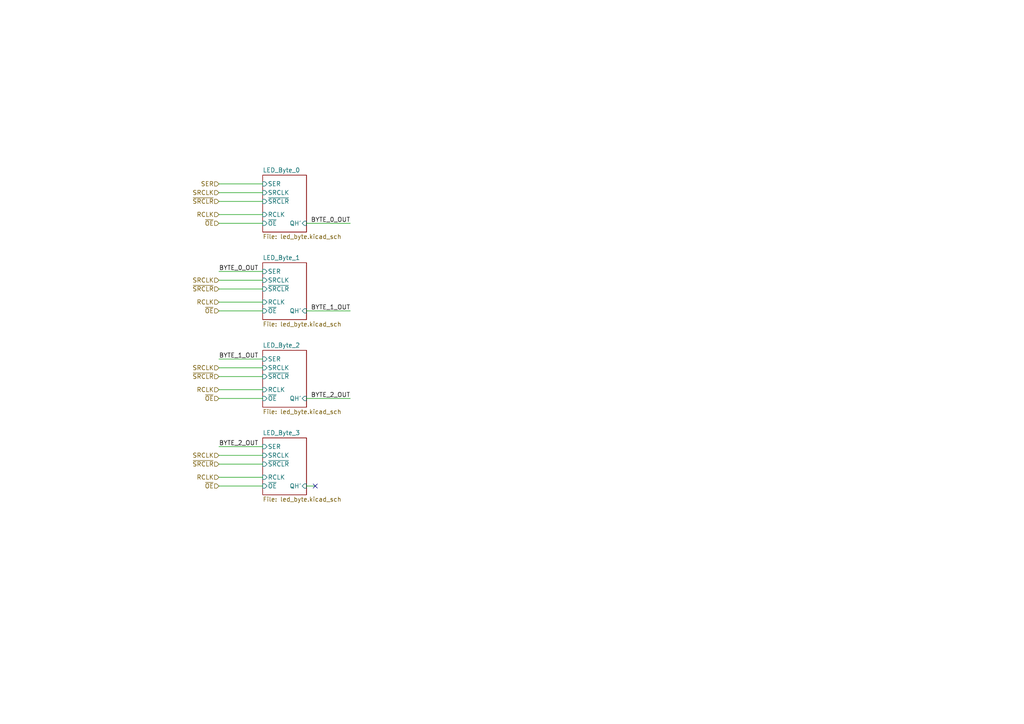
<source format=kicad_sch>
(kicad_sch
	(version 20250114)
	(generator "eeschema")
	(generator_version "9.0")
	(uuid "7345982c-2d28-4871-8324-a9c5fbabc1ab")
	(paper "A4")
	(lib_symbols)
	(no_connect
		(at 91.44 140.97)
		(uuid "bfec44ed-7803-4925-84be-59690c423770")
	)
	(wire
		(pts
			(xy 63.5 113.03) (xy 76.2 113.03)
		)
		(stroke
			(width 0)
			(type default)
		)
		(uuid "139a9023-2c50-4ae5-8ec7-7f744da83629")
	)
	(wire
		(pts
			(xy 63.5 62.23) (xy 76.2 62.23)
		)
		(stroke
			(width 0)
			(type default)
		)
		(uuid "261264e2-4d2f-4679-b87d-33fd2a6d9e2b")
	)
	(wire
		(pts
			(xy 63.5 106.68) (xy 76.2 106.68)
		)
		(stroke
			(width 0)
			(type default)
		)
		(uuid "2c2d02ac-84af-4a0e-b48d-14add4dac1c9")
	)
	(wire
		(pts
			(xy 76.2 104.14) (xy 63.5 104.14)
		)
		(stroke
			(width 0)
			(type default)
		)
		(uuid "3122a49c-90ba-491a-9e86-83497599f488")
	)
	(wire
		(pts
			(xy 63.5 81.28) (xy 76.2 81.28)
		)
		(stroke
			(width 0)
			(type default)
		)
		(uuid "345cc9a5-121a-4dce-888b-6ac789f71be7")
	)
	(wire
		(pts
			(xy 63.5 83.82) (xy 76.2 83.82)
		)
		(stroke
			(width 0)
			(type default)
		)
		(uuid "429d9ea0-5355-4ffa-a152-854f0b90d5b9")
	)
	(wire
		(pts
			(xy 63.5 134.62) (xy 76.2 134.62)
		)
		(stroke
			(width 0)
			(type default)
		)
		(uuid "4d36e48f-131d-4556-b92c-179edf7c3e35")
	)
	(wire
		(pts
			(xy 63.5 87.63) (xy 76.2 87.63)
		)
		(stroke
			(width 0)
			(type default)
		)
		(uuid "55cf2bc6-ce0b-461f-b6bd-db83ebf48a85")
	)
	(wire
		(pts
			(xy 63.5 53.34) (xy 76.2 53.34)
		)
		(stroke
			(width 0)
			(type default)
		)
		(uuid "5bf0f725-d4f8-4e5f-85eb-498583ff3ea4")
	)
	(wire
		(pts
			(xy 63.5 55.88) (xy 76.2 55.88)
		)
		(stroke
			(width 0)
			(type default)
		)
		(uuid "61a89e57-325d-4ee8-a0d4-c9a91b43e4a5")
	)
	(wire
		(pts
			(xy 63.5 115.57) (xy 76.2 115.57)
		)
		(stroke
			(width 0)
			(type default)
		)
		(uuid "77b59641-ed80-41f5-ae3d-0d5d792f8049")
	)
	(wire
		(pts
			(xy 63.5 58.42) (xy 76.2 58.42)
		)
		(stroke
			(width 0)
			(type default)
		)
		(uuid "87710e93-1f63-43f9-b7ef-32c9effe49cb")
	)
	(wire
		(pts
			(xy 76.2 129.54) (xy 63.5 129.54)
		)
		(stroke
			(width 0)
			(type default)
		)
		(uuid "878b49b0-4d9b-455d-b4a2-d649358201e3")
	)
	(wire
		(pts
			(xy 63.5 109.22) (xy 76.2 109.22)
		)
		(stroke
			(width 0)
			(type default)
		)
		(uuid "8e9e08eb-80cf-44a4-ab79-e9575ee9515c")
	)
	(wire
		(pts
			(xy 63.5 90.17) (xy 76.2 90.17)
		)
		(stroke
			(width 0)
			(type default)
		)
		(uuid "9c95b19c-87c0-47e9-8848-3f8d75cb5bd5")
	)
	(wire
		(pts
			(xy 88.9 140.97) (xy 91.44 140.97)
		)
		(stroke
			(width 0)
			(type default)
		)
		(uuid "a5762f67-e745-422e-8668-093312fda763")
	)
	(wire
		(pts
			(xy 63.5 64.77) (xy 76.2 64.77)
		)
		(stroke
			(width 0)
			(type default)
		)
		(uuid "aa6c45f3-0899-4ffe-abd0-76149eccaf4d")
	)
	(wire
		(pts
			(xy 88.9 64.77) (xy 101.6 64.77)
		)
		(stroke
			(width 0)
			(type default)
		)
		(uuid "c1b7b6c8-5b4f-417b-a729-6a882cdc535b")
	)
	(wire
		(pts
			(xy 63.5 138.43) (xy 76.2 138.43)
		)
		(stroke
			(width 0)
			(type default)
		)
		(uuid "c9c37bdc-3e65-4dca-8764-8383fc46446b")
	)
	(wire
		(pts
			(xy 63.5 140.97) (xy 76.2 140.97)
		)
		(stroke
			(width 0)
			(type default)
		)
		(uuid "cac35afe-7f57-4846-b500-13710e5d9395")
	)
	(wire
		(pts
			(xy 76.2 78.74) (xy 63.5 78.74)
		)
		(stroke
			(width 0)
			(type default)
		)
		(uuid "d6bdc12c-00fd-44fa-b249-b85133a83716")
	)
	(wire
		(pts
			(xy 63.5 132.08) (xy 76.2 132.08)
		)
		(stroke
			(width 0)
			(type default)
		)
		(uuid "dab2024f-9a60-4bca-887c-7adf6e8660c8")
	)
	(wire
		(pts
			(xy 88.9 90.17) (xy 101.6 90.17)
		)
		(stroke
			(width 0)
			(type default)
		)
		(uuid "e11c1ddc-55ec-4cb1-85bc-61c3f6fab81f")
	)
	(wire
		(pts
			(xy 88.9 115.57) (xy 101.6 115.57)
		)
		(stroke
			(width 0)
			(type default)
		)
		(uuid "f44ced85-b86a-49da-81cf-0bd627db8f3b")
	)
	(label "BYTE_2_OUT"
		(at 101.6 115.57 180)
		(effects
			(font
				(size 1.27 1.27)
			)
			(justify right bottom)
		)
		(uuid "33b19626-7456-4262-b1de-0d519134f710")
	)
	(label "BYTE_1_OUT"
		(at 101.6 90.17 180)
		(effects
			(font
				(size 1.27 1.27)
			)
			(justify right bottom)
		)
		(uuid "53455184-f2c6-4506-b100-5ecf2dd5cc5e")
	)
	(label "BYTE_0_OUT"
		(at 63.5 78.74 0)
		(effects
			(font
				(size 1.27 1.27)
			)
			(justify left bottom)
		)
		(uuid "543dfc46-c475-4342-91f1-f39a86e65e32")
	)
	(label "BYTE_0_OUT"
		(at 101.6 64.77 180)
		(effects
			(font
				(size 1.27 1.27)
			)
			(justify right bottom)
		)
		(uuid "620e3e11-73b6-4252-aa89-994e778e70d5")
	)
	(label "BYTE_2_OUT"
		(at 63.5 129.54 0)
		(effects
			(font
				(size 1.27 1.27)
			)
			(justify left bottom)
		)
		(uuid "71e2da67-0317-4adb-b7a3-d790418de23f")
	)
	(label "BYTE_1_OUT"
		(at 63.5 104.14 0)
		(effects
			(font
				(size 1.27 1.27)
			)
			(justify left bottom)
		)
		(uuid "861c936a-0ece-40c9-a97f-928ff4917059")
	)
	(hierarchical_label "RCLK"
		(shape input)
		(at 63.5 62.23 180)
		(effects
			(font
				(size 1.27 1.27)
			)
			(justify right)
		)
		(uuid "084a6c03-e032-4245-86e8-a9cd4e6ce686")
	)
	(hierarchical_label "RCLK"
		(shape input)
		(at 63.5 138.43 180)
		(effects
			(font
				(size 1.27 1.27)
			)
			(justify right)
		)
		(uuid "0f96e97d-467c-4c9d-b37c-d6efc11fe264")
	)
	(hierarchical_label "~{SRCLR}"
		(shape input)
		(at 63.5 58.42 180)
		(effects
			(font
				(size 1.27 1.27)
			)
			(justify right)
		)
		(uuid "261e1169-8aac-4f23-bfea-54f146fec707")
	)
	(hierarchical_label "SRCLK"
		(shape input)
		(at 63.5 132.08 180)
		(effects
			(font
				(size 1.27 1.27)
			)
			(justify right)
		)
		(uuid "317e293a-8e36-480c-9bc0-767346834c03")
	)
	(hierarchical_label "RCLK"
		(shape input)
		(at 63.5 113.03 180)
		(effects
			(font
				(size 1.27 1.27)
			)
			(justify right)
		)
		(uuid "4fe0aeed-2bdf-43ce-8066-e9e8c0e128db")
	)
	(hierarchical_label "RCLK"
		(shape input)
		(at 63.5 87.63 180)
		(effects
			(font
				(size 1.27 1.27)
			)
			(justify right)
		)
		(uuid "551ce71d-94b1-42ca-a4e2-a15db9d4ce9c")
	)
	(hierarchical_label "~{OE}"
		(shape input)
		(at 63.5 140.97 180)
		(effects
			(font
				(size 1.27 1.27)
			)
			(justify right)
		)
		(uuid "62b0e1c8-2445-41ea-bae6-304a6e3245e0")
	)
	(hierarchical_label "~{OE}"
		(shape input)
		(at 63.5 115.57 180)
		(effects
			(font
				(size 1.27 1.27)
			)
			(justify right)
		)
		(uuid "8de54e63-3910-44dd-926d-3261ff621d89")
	)
	(hierarchical_label "SRCLK"
		(shape input)
		(at 63.5 106.68 180)
		(effects
			(font
				(size 1.27 1.27)
			)
			(justify right)
		)
		(uuid "8e84cf29-1309-431d-b91c-5037194b5d43")
	)
	(hierarchical_label "~{SRCLR}"
		(shape input)
		(at 63.5 109.22 180)
		(effects
			(font
				(size 1.27 1.27)
			)
			(justify right)
		)
		(uuid "925748c6-6e5d-4056-921d-f52e3268ff46")
	)
	(hierarchical_label "~{OE}"
		(shape input)
		(at 63.5 64.77 180)
		(effects
			(font
				(size 1.27 1.27)
			)
			(justify right)
		)
		(uuid "9a722ed6-4dee-46f5-8570-356a828ea60e")
	)
	(hierarchical_label "SRCLK"
		(shape input)
		(at 63.5 55.88 180)
		(effects
			(font
				(size 1.27 1.27)
			)
			(justify right)
		)
		(uuid "bceb96b2-24f7-4884-b98e-975390bbcd69")
	)
	(hierarchical_label "SER"
		(shape input)
		(at 63.5 53.34 180)
		(effects
			(font
				(size 1.27 1.27)
			)
			(justify right)
		)
		(uuid "e104b618-3fe5-451f-8ad8-6c933fc7f49d")
	)
	(hierarchical_label "~{SRCLR}"
		(shape input)
		(at 63.5 83.82 180)
		(effects
			(font
				(size 1.27 1.27)
			)
			(justify right)
		)
		(uuid "e4f56f0b-74df-4866-b719-ffbfcfb38323")
	)
	(hierarchical_label "~{OE}"
		(shape input)
		(at 63.5 90.17 180)
		(effects
			(font
				(size 1.27 1.27)
			)
			(justify right)
		)
		(uuid "e5626e29-c5f6-40ed-9d80-72f75f8c5b59")
	)
	(hierarchical_label "~{SRCLR}"
		(shape input)
		(at 63.5 134.62 180)
		(effects
			(font
				(size 1.27 1.27)
			)
			(justify right)
		)
		(uuid "f8129aba-25fc-41a5-8d1b-fe5319b2fd76")
	)
	(hierarchical_label "SRCLK"
		(shape input)
		(at 63.5 81.28 180)
		(effects
			(font
				(size 1.27 1.27)
			)
			(justify right)
		)
		(uuid "fd91c561-a399-4a3f-9c9e-ce1c29db05de")
	)
	(sheet
		(at 76.2 76.2)
		(size 12.7 16.51)
		(exclude_from_sim no)
		(in_bom yes)
		(on_board yes)
		(dnp no)
		(fields_autoplaced yes)
		(stroke
			(width 0.1524)
			(type solid)
		)
		(fill
			(color 0 0 0 0.0000)
		)
		(uuid "00f6e376-341a-4167-808e-422dc20aa13b")
		(property "Sheetname" "LED_Byte_1"
			(at 76.2 75.4884 0)
			(effects
				(font
					(size 1.27 1.27)
				)
				(justify left bottom)
			)
		)
		(property "Sheetfile" "led_byte.kicad_sch"
			(at 76.2 93.2946 0)
			(effects
				(font
					(size 1.27 1.27)
				)
				(justify left top)
			)
		)
		(pin "QH'" input
			(at 88.9 90.17 0)
			(uuid "51077b3c-1813-4ff3-a4f1-be1d6d6afdee")
			(effects
				(font
					(size 1.27 1.27)
				)
				(justify right)
			)
		)
		(pin "~{OE}" input
			(at 76.2 90.17 180)
			(uuid "4fc39841-7131-42df-aa23-779b16012f8f")
			(effects
				(font
					(size 1.27 1.27)
				)
				(justify left)
			)
		)
		(pin "SER" input
			(at 76.2 78.74 180)
			(uuid "2a007431-069c-4c9b-8a27-40c17d4b0092")
			(effects
				(font
					(size 1.27 1.27)
				)
				(justify left)
			)
		)
		(pin "RCLK" input
			(at 76.2 87.63 180)
			(uuid "c5621466-9931-49e1-8aeb-e14e5464914d")
			(effects
				(font
					(size 1.27 1.27)
				)
				(justify left)
			)
		)
		(pin "~{SRCLR}" input
			(at 76.2 83.82 180)
			(uuid "6f896ab6-c62e-4e1c-b50a-d6d887c6d178")
			(effects
				(font
					(size 1.27 1.27)
				)
				(justify left)
			)
		)
		(pin "SRCLK" input
			(at 76.2 81.28 180)
			(uuid "0c1f6381-2ed8-42b2-8a55-800385f2c63a")
			(effects
				(font
					(size 1.27 1.27)
				)
				(justify left)
			)
		)
		(instances
			(project "rp2040-programmer-calculator"
				(path "/a76e07d4-0b9a-412a-8673-6db50899653e/75befd12-7fe7-4b20-aaf5-feaf4315c834"
					(page "7")
				)
			)
		)
	)
	(sheet
		(at 76.2 50.8)
		(size 12.7 16.51)
		(exclude_from_sim no)
		(in_bom yes)
		(on_board yes)
		(dnp no)
		(fields_autoplaced yes)
		(stroke
			(width 0.1524)
			(type solid)
		)
		(fill
			(color 0 0 0 0.0000)
		)
		(uuid "2926b319-e304-4aaa-bb62-9e3f1f1a6434")
		(property "Sheetname" "LED_Byte_0"
			(at 76.2 50.0884 0)
			(effects
				(font
					(size 1.27 1.27)
				)
				(justify left bottom)
			)
		)
		(property "Sheetfile" "led_byte.kicad_sch"
			(at 76.2 67.8946 0)
			(effects
				(font
					(size 1.27 1.27)
				)
				(justify left top)
			)
		)
		(pin "QH'" input
			(at 88.9 64.77 0)
			(uuid "63102abb-ac2c-4022-b348-1ffc8198f26d")
			(effects
				(font
					(size 1.27 1.27)
				)
				(justify right)
			)
		)
		(pin "~{OE}" input
			(at 76.2 64.77 180)
			(uuid "cb77f484-4c9a-4767-b56a-bfb0b864ae8b")
			(effects
				(font
					(size 1.27 1.27)
				)
				(justify left)
			)
		)
		(pin "SER" input
			(at 76.2 53.34 180)
			(uuid "cdc0fdfd-154b-40ce-95e0-36f1cdcbde2d")
			(effects
				(font
					(size 1.27 1.27)
				)
				(justify left)
			)
		)
		(pin "RCLK" input
			(at 76.2 62.23 180)
			(uuid "2629f8f7-30ed-4ff4-90c7-a388b1aad2b5")
			(effects
				(font
					(size 1.27 1.27)
				)
				(justify left)
			)
		)
		(pin "~{SRCLR}" input
			(at 76.2 58.42 180)
			(uuid "feb1d8ef-c939-4f15-b09c-ea3ad163c666")
			(effects
				(font
					(size 1.27 1.27)
				)
				(justify left)
			)
		)
		(pin "SRCLK" input
			(at 76.2 55.88 180)
			(uuid "cbc9790a-09dc-45e7-87ac-d972ec48124b")
			(effects
				(font
					(size 1.27 1.27)
				)
				(justify left)
			)
		)
		(instances
			(project "rp2040-programmer-calculator"
				(path "/a76e07d4-0b9a-412a-8673-6db50899653e/75befd12-7fe7-4b20-aaf5-feaf4315c834"
					(page "6")
				)
			)
		)
	)
	(sheet
		(at 76.2 127)
		(size 12.7 16.51)
		(exclude_from_sim no)
		(in_bom yes)
		(on_board yes)
		(dnp no)
		(fields_autoplaced yes)
		(stroke
			(width 0.1524)
			(type solid)
		)
		(fill
			(color 0 0 0 0.0000)
		)
		(uuid "411e88ce-c350-41e2-bb68-3e8a18742334")
		(property "Sheetname" "LED_Byte_3"
			(at 76.2 126.2884 0)
			(effects
				(font
					(size 1.27 1.27)
				)
				(justify left bottom)
			)
		)
		(property "Sheetfile" "led_byte.kicad_sch"
			(at 76.2 144.0946 0)
			(effects
				(font
					(size 1.27 1.27)
				)
				(justify left top)
			)
		)
		(pin "QH'" input
			(at 88.9 140.97 0)
			(uuid "6d479f1d-94c7-4af2-87c0-605bca8d9ea0")
			(effects
				(font
					(size 1.27 1.27)
				)
				(justify right)
			)
		)
		(pin "~{OE}" input
			(at 76.2 140.97 180)
			(uuid "df80912b-739d-4dba-bdc7-4aecd99eaf5f")
			(effects
				(font
					(size 1.27 1.27)
				)
				(justify left)
			)
		)
		(pin "SER" input
			(at 76.2 129.54 180)
			(uuid "fca1ead2-ef56-4adc-b0c1-d9a2c40b172e")
			(effects
				(font
					(size 1.27 1.27)
				)
				(justify left)
			)
		)
		(pin "RCLK" input
			(at 76.2 138.43 180)
			(uuid "ebd001d8-d7b8-4d9d-9079-5705ac2984cc")
			(effects
				(font
					(size 1.27 1.27)
				)
				(justify left)
			)
		)
		(pin "~{SRCLR}" input
			(at 76.2 134.62 180)
			(uuid "e57c7db7-19b0-4547-8013-80e58a8e2125")
			(effects
				(font
					(size 1.27 1.27)
				)
				(justify left)
			)
		)
		(pin "SRCLK" input
			(at 76.2 132.08 180)
			(uuid "5228a110-445e-4f3e-91ad-d1d722d36912")
			(effects
				(font
					(size 1.27 1.27)
				)
				(justify left)
			)
		)
		(instances
			(project "rp2040-programmer-calculator"
				(path "/a76e07d4-0b9a-412a-8673-6db50899653e/75befd12-7fe7-4b20-aaf5-feaf4315c834"
					(page "9")
				)
			)
		)
	)
	(sheet
		(at 76.2 101.6)
		(size 12.7 16.51)
		(exclude_from_sim no)
		(in_bom yes)
		(on_board yes)
		(dnp no)
		(fields_autoplaced yes)
		(stroke
			(width 0.1524)
			(type solid)
		)
		(fill
			(color 0 0 0 0.0000)
		)
		(uuid "d8be8f4b-5a18-4aef-b2c6-e62774763dcb")
		(property "Sheetname" "LED_Byte_2"
			(at 76.2 100.8884 0)
			(effects
				(font
					(size 1.27 1.27)
				)
				(justify left bottom)
			)
		)
		(property "Sheetfile" "led_byte.kicad_sch"
			(at 76.2 118.6946 0)
			(effects
				(font
					(size 1.27 1.27)
				)
				(justify left top)
			)
		)
		(pin "QH'" input
			(at 88.9 115.57 0)
			(uuid "02b105cc-ad09-4a86-8ff1-ebb939ec007d")
			(effects
				(font
					(size 1.27 1.27)
				)
				(justify right)
			)
		)
		(pin "~{OE}" input
			(at 76.2 115.57 180)
			(uuid "b82cf5f0-6d2d-4b9f-acdc-7914853a8543")
			(effects
				(font
					(size 1.27 1.27)
				)
				(justify left)
			)
		)
		(pin "SER" input
			(at 76.2 104.14 180)
			(uuid "0cc92c07-1b03-4fb5-a961-3f27f0885dd7")
			(effects
				(font
					(size 1.27 1.27)
				)
				(justify left)
			)
		)
		(pin "RCLK" input
			(at 76.2 113.03 180)
			(uuid "ddb1338e-9599-4253-8720-2f5952732e08")
			(effects
				(font
					(size 1.27 1.27)
				)
				(justify left)
			)
		)
		(pin "~{SRCLR}" input
			(at 76.2 109.22 180)
			(uuid "0831916c-128b-46bd-9a51-1014e14b8c84")
			(effects
				(font
					(size 1.27 1.27)
				)
				(justify left)
			)
		)
		(pin "SRCLK" input
			(at 76.2 106.68 180)
			(uuid "6fa6c61b-b938-4acb-a289-8c7e2715daf1")
			(effects
				(font
					(size 1.27 1.27)
				)
				(justify left)
			)
		)
		(instances
			(project "rp2040-programmer-calculator"
				(path "/a76e07d4-0b9a-412a-8673-6db50899653e/75befd12-7fe7-4b20-aaf5-feaf4315c834"
					(page "8")
				)
			)
		)
	)
)

</source>
